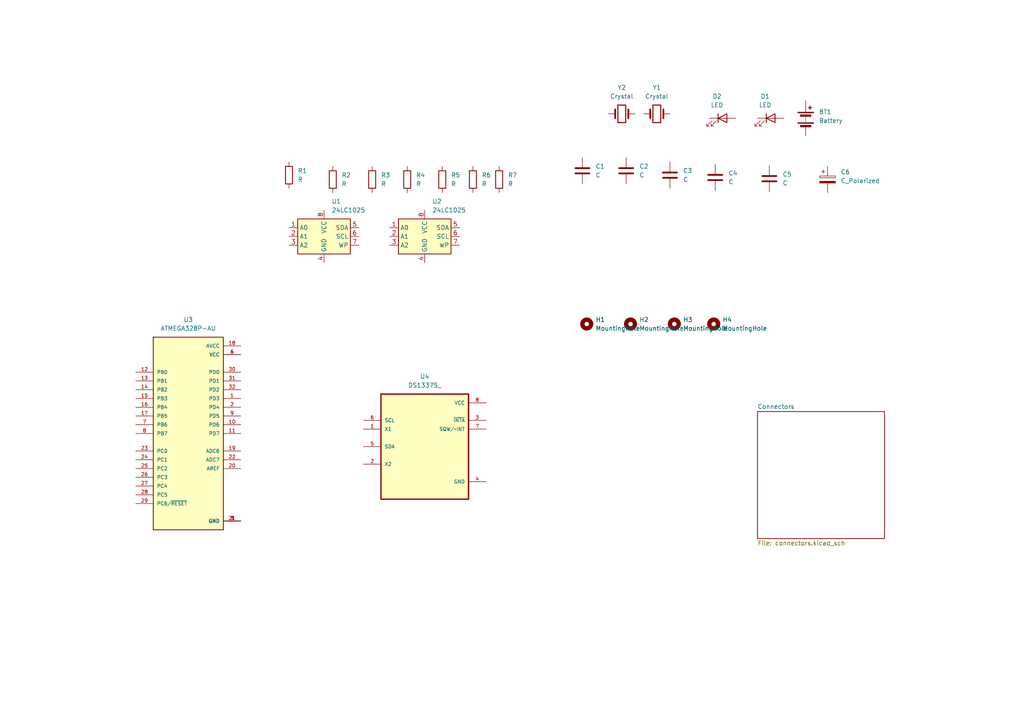
<source format=kicad_sch>
(kicad_sch (version 20230121) (generator eeschema)
  (paper "A4")
  (title_block (title "${project_name}") (date "2023-12-11") (rev "1"))
  (lib_symbols
    (symbol "ATMEGA328P-AU:ATMEGA328P-AU" (pin_names (offset 1.016))
      (property "Reference" "U" (at -10.1755 29.2546 0))
      (property "Value" "ATMEGA328P-AU" (at -10.1669 -31.7714 0))
      (symbol "ATMEGA328P-AU_0_0"
        (rectangle (start -10.16 -27.94) (end 10.16 27.94) (stroke (width 0.254)) (fill (type background)))
        (pin bidirectional line (at 15.24 10.16 180) (length 5.08) (name "PD3") (number "1"))
        (pin bidirectional line (at 15.24 2.54 180) (length 5.08) (name "PD6") (number "10"))
        (pin bidirectional line (at 15.24 0 180) (length 5.08) (name "PD7") (number "11"))
        (pin bidirectional line (at -15.24 17.78 0) (length 5.08) (name "PB0") (number "12"))
        (pin bidirectional line (at -15.24 15.24 0) (length 5.08) (name "PB1") (number "13"))
        (pin bidirectional line (at -15.24 12.7 0) (length 5.08) (name "PB2") (number "14"))
        (pin bidirectional line (at -15.24 10.16 0) (length 5.08) (name "PB3") (number "15"))
        (pin bidirectional line (at -15.24 7.62 0) (length 5.08) (name "PB4") (number "16"))
        (pin bidirectional line (at -15.24 5.08 0) (length 5.08) (name "PB5") (number "17"))
        (pin power_in line (at 15.24 25.4 180) (length 5.08) (name "AVCC") (number "18"))
        (pin bidirectional line (at 15.24 -5.08 180) (length 5.08) (name "ADC6") (number "19"))
        (pin bidirectional line (at 15.24 7.62 180) (length 5.08) (name "PD4") (number "2"))
        (pin input line (at 15.24 -10.16 180) (length 5.08) (name "AREF") (number "20"))
        (pin power_in line (at 15.24 -25.4 180) (length 5.08) (name "GND") (number "21"))
        (pin bidirectional line (at 15.24 -7.62 180) (length 5.08) (name "ADC7") (number "22"))
        (pin bidirectional line (at -15.24 -5.08 0) (length 5.08) (name "PC0") (number "23"))
        (pin bidirectional line (at -15.24 -7.62 0) (length 5.08) (name "PC1") (number "24"))
        (pin bidirectional line (at -15.24 -10.16 0) (length 5.08) (name "PC2") (number "25"))
        (pin bidirectional line (at -15.24 -12.7 0) (length 5.08) (name "PC3") (number "26"))
        (pin bidirectional line (at -15.24 -15.24 0) (length 5.08) (name "PC4") (number "27"))
        (pin bidirectional line (at -15.24 -17.78 0) (length 5.08) (name "PC5") (number "28"))
        (pin bidirectional line (at -15.24 -20.32 0) (length 5.08) (name "PC6/~{RESET}") (number "29"))
        (pin power_in line (at 15.24 -25.4 180) (length 5.08) (name "GND") (number "3"))
        (pin bidirectional line (at 15.24 17.78 180) (length 5.08) (name "PD0") (number "30"))
        (pin bidirectional line (at 15.24 15.24 180) (length 5.08) (name "PD1") (number "31"))
        (pin bidirectional line (at 15.24 12.7 180) (length 5.08) (name "PD2") (number "32"))
        (pin power_in line (at 15.24 22.86 180) (length 5.08) (name "VCC") (number "4"))
        (pin power_in line (at 15.24 -25.4 180) (length 5.08) (name "GND") (number "5"))
        (pin power_in line (at 15.24 22.86 180) (length 5.08) (name "VCC") (number "6"))
        (pin bidirectional line (at -15.24 2.54 0) (length 5.08) (name "PB6") (number "7"))
        (pin bidirectional line (at -15.24 0 0) (length 5.08) (name "PB7") (number "8"))
        (pin bidirectional line (at 15.24 5.08 180) (length 5.08) (name "PD5") (number "9"))
      )
    )
    (symbol "DS1337S_:DS1337S_" (pin_names (offset 1.016))
      (property "Reference" "U" (at -12.7 16.24 0))
      (property "Value" "DS1337S_" (at -12.7 -19.24 0))
      (symbol "DS1337S__0_0"
        (rectangle (start -12.7 -15.24) (end 12.7 15.24) (stroke (width 0.41)) (fill (type background)))
        (pin input line (at -17.78 5.08 0) (length 5.08) (name "X1") (number "1"))
        (pin bidirectional line (at -17.78 -5.08 0) (length 5.08) (name "X2") (number "2"))
        (pin output line (at 17.78 7.62 180) (length 5.08) (name "~{INTA}") (number "3"))
        (pin power_in line (at 17.78 -10.16 180) (length 5.08) (name "GND") (number "4"))
        (pin bidirectional line (at -17.78 0 0) (length 5.08) (name "SDA") (number "5"))
        (pin input line (at -17.78 7.62 0) (length 5.08) (name "SCL") (number "6"))
        (pin output line (at 17.78 5.08 180) (length 5.08) (name "SQW/~INT") (number "7"))
        (pin power_in line (at 17.78 12.7 180) (length 5.08) (name "VCC") (number "8"))
      )
    )
    (symbol "Device:Battery" (pin_numbers hide) (pin_names (offset 0) hide)
      (property "Reference" "BT" (at 2.54 2.54 0))
      (property "Value" "Battery" (at 2.54 0 0))
      (symbol "Battery_0_1"
        (rectangle (start -2.286 -1.27) (end 2.286 -1.524) (fill (type outline)))
        (rectangle (start -2.286 1.778) (end 2.286 1.524) (fill (type outline)))
        (rectangle (start -1.524 -2.032) (end 1.524 -2.54) (fill (type outline)))
        (rectangle (start -1.524 1.016) (end 1.524 0.508) (fill (type outline)))
        (polyline (pts (xy 0 -1.016) (xy 0 -0.762)))
        (polyline (pts (xy 0 -0.508) (xy 0 -0.254)))
        (polyline (pts (xy 0 0) (xy 0 0.254)))
        (polyline (pts (xy 0 1.778) (xy 0 2.54)))
        (polyline (pts (xy 0.762 3.048) (xy 1.778 3.048)) (stroke (width 0.254)))
        (polyline (pts (xy 1.27 3.556) (xy 1.27 2.54)) (stroke (width 0.254)))
      )
      (symbol "Battery_1_1"
        (pin passive line (at 0 5.08 270) (length 2.54) (name "+") (number "1"))
        (pin passive line (at 0 -5.08 90) (length 2.54) (name "-") (number "2"))
      )
    )
    (symbol "Device:C" (pin_numbers hide) (pin_names (offset 0.254))
      (property "Reference" "C" (at 0.635 2.54 0))
      (property "Value" "C" (at 0.635 -2.54 0))
      (symbol "C_0_1"
        (polyline (pts (xy -2.032 -0.762) (xy 2.032 -0.762)) (stroke (width 0.508)))
        (polyline (pts (xy -2.032 0.762) (xy 2.032 0.762)) (stroke (width 0.508)))
      )
      (symbol "C_1_1"
        (pin passive line (at 0 3.81 270) (length 2.794) (name "~") (number "1"))
        (pin passive line (at 0 -3.81 90) (length 2.794) (name "~") (number "2"))
      )
    )
    (symbol "Device:C_Polarized" (pin_numbers hide) (pin_names (offset 0.254))
      (property "Reference" "C" (at 0.635 2.54 0))
      (property "Value" "C_Polarized" (at 0.635 -2.54 0))
      (symbol "C_Polarized_0_1"
        (rectangle (start -2.286 0.508) (end 2.286 1.016))
        (polyline (pts (xy -1.778 2.286) (xy -0.762 2.286)))
        (polyline (pts (xy -1.27 2.794) (xy -1.27 1.778)))
        (rectangle (start 2.286 -0.508) (end -2.286 -1.016) (fill (type outline)))
      )
      (symbol "C_Polarized_1_1"
        (pin passive line (at 0 3.81 270) (length 2.794) (name "~") (number "1"))
        (pin passive line (at 0 -3.81 90) (length 2.794) (name "~") (number "2"))
      )
    )
    (symbol "Device:Crystal" (pin_numbers hide) (pin_names (offset 1.016) hide)
      (property "Reference" "Y" (at 0 3.81 0))
      (property "Value" "Crystal" (at 0 -3.81 0))
      (symbol "Crystal_0_1"
        (rectangle (start -1.143 2.54) (end 1.143 -2.54) (stroke (width 0.3048)))
        (polyline (pts (xy -2.54 0) (xy -1.905 0)))
        (polyline (pts (xy -1.905 -1.27) (xy -1.905 1.27)) (stroke (width 0.508)))
        (polyline (pts (xy 1.905 -1.27) (xy 1.905 1.27)) (stroke (width 0.508)))
        (polyline (pts (xy 2.54 0) (xy 1.905 0)))
      )
      (symbol "Crystal_1_1"
        (pin passive line (at -3.81 0 0) (length 1.27) (name "1") (number "1"))
        (pin passive line (at 3.81 0 180) (length 1.27) (name "2") (number "2"))
      )
    )
    (symbol "Device:LED" (pin_numbers hide) (pin_names (offset 1.016) hide)
      (property "Reference" "D" (at 0 2.54 0))
      (property "Value" "LED" (at 0 -2.54 0))
      (symbol "LED_0_1"
        (polyline (pts (xy -1.27 -1.27) (xy -1.27 1.27)) (stroke (width 0.254)))
        (polyline (pts (xy -1.27 0) (xy 1.27 0)))
        (polyline (pts (xy 1.27 -1.27) (xy 1.27 1.27) (xy -1.27 0) (xy 1.27 -1.27)) (stroke (width 0.254)))
        (polyline (pts (xy -3.048 -0.762) (xy -4.572 -2.286) (xy -3.81 -2.286) (xy -4.572 -2.286) (xy -4.572 -1.524)))
        (polyline (pts (xy -1.778 -0.762) (xy -3.302 -2.286) (xy -2.54 -2.286) (xy -3.302 -2.286) (xy -3.302 -1.524)))
      )
      (symbol "LED_1_1"
        (pin passive line (at -3.81 0 0) (length 2.54) (name "K") (number "1"))
        (pin passive line (at 3.81 0 180) (length 2.54) (name "A") (number "2"))
      )
    )
    (symbol "Device:R" (pin_numbers hide) (pin_names (offset 0))
      (property "Reference" "R" (at 2.032 0 90))
      (property "Value" "R" (at 0 0 90))
      (symbol "R_0_1"
        (rectangle (start -1.016 -2.54) (end 1.016 2.54) (stroke (width 0.254)))
      )
      (symbol "R_1_1"
        (pin passive line (at 0 3.81 270) (length 1.27) (name "~") (number "1"))
        (pin passive line (at 0 -3.81 90) (length 1.27) (name "~") (number "2"))
      )
    )
    (symbol "Mechanical:MountingHole" (pin_names (offset 1.016))
      (property "Reference" "H" (at 0 5.08 0))
      (property "Value" "MountingHole" (at 0 3.175 0))
      (symbol "MountingHole_0_1"
        (circle (center 0 0) (radius 1.27) (stroke (width 1.27)))
      )
    )
    (symbol "Memory_EEPROM:24LC1025"
      (property "Reference" "U" (at -6.35 6.35 0))
      (property "Value" "24LC1025" (at 1.27 6.35 0))
      (symbol "24LC1025_1_1"
        (rectangle (start -7.62 5.08) (end 7.62 -5.08) (stroke (width 0.254)) (fill (type background)))
        (pin input line (at -10.16 2.54 0) (length 2.54) (name "A0") (number "1"))
        (pin input line (at -10.16 0 0) (length 2.54) (name "A1") (number "2"))
        (pin input line (at -10.16 -2.54 0) (length 2.54) (name "A2") (number "3"))
        (pin power_in line (at 0 -7.62 90) (length 2.54) (name "GND") (number "4"))
        (pin bidirectional line (at 10.16 2.54 180) (length 2.54) (name "SDA") (number "5"))
        (pin input line (at 10.16 0 180) (length 2.54) (name "SCL") (number "6"))
        (pin input line (at 10.16 -2.54 180) (length 2.54) (name "WP") (number "7"))
        (pin power_in line (at 0 7.62 270) (length 2.54) (name "VCC") (number "8"))
      )
    )
  )
  (symbol (lib_id "Device:R") (at 107.95 52.07 0) (unit 1)
    (property "Reference" "R3" (at 110.49 50.8 0) (effects (justify left)))
    (property "Value" "R" (at 110.49 53.34 0) (effects (justify left)))
  )
  (symbol (lib_id "Mechanical:MountingHole") (at 207.01 93.98 0) (unit 1)
    (property "Reference" "H4" (at 209.55 92.71 0) (effects (justify left)))
    (property "Value" "MountingHole" (at 209.55 95.25 0) (effects (justify left)))
  )
  (symbol (lib_id "Device:R") (at 96.52 52.07 0) (unit 1)
    (property "Reference" "R2" (at 99.06 50.8 0) (effects (justify left)))
    (property "Value" "R" (at 99.06 53.34 0) (effects (justify left)))
  )
  (symbol (lib_id "Memory_EEPROM:24LC1025") (at 93.98 68.58 0) (unit 1)
    (property "Reference" "U1" (at 96.1741 58.42 0) (effects (justify left)))
    (property "Value" "24LC1025" (at 96.1741 60.96 0) (effects (justify left)))
    (property "Datasheet" "http://ww1.microchip.com/downloads/en/DeviceDoc/21941B.pdf" (effects hide))
  )
  (symbol (lib_id "Device:R") (at 83.82 50.8 0) (unit 1)
    (property "Reference" "R1" (at 86.36 49.53 0) (effects (justify left)))
    (property "Value" "R" (at 86.36 52.07 0) (effects (justify left)))
  )
  (symbol (lib_id "Mechanical:MountingHole") (at 170.18 93.98 0) (unit 1)
    (property "Reference" "H1" (at 172.72 92.71 0) (effects (justify left)))
    (property "Value" "MountingHole" (at 172.72 95.25 0) (effects (justify left)))
  )
  (symbol (lib_id "Device:R") (at 144.78 52.07 0) (unit 1)
    (property "Reference" "R7" (at 147.32 50.8 0) (effects (justify left)))
    (property "Value" "R" (at 147.32 53.34 0) (effects (justify left)))
  )
  (symbol (lib_id "Device:C") (at 168.91 49.53 0) (unit 1)
    (property "Reference" "C1" (at 172.72 48.26 0) (effects (justify left)))
    (property "Value" "C" (at 172.72 50.8 0) (effects (justify left)))
  )
  (symbol (lib_id "Device:R") (at 118.11 52.07 0) (unit 1)
    (property "Reference" "R4" (at 120.65 50.8 0) (effects (justify left)))
    (property "Value" "R" (at 120.65 53.34 0) (effects (justify left)))
  )
  (symbol (lib_id "Device:LED") (at 223.52 34.29 0) (unit 1)
    (property "Reference" "D1" (at 221.9325 27.94 0))
    (property "Value" "LED" (at 221.9325 30.48 0))
  )
  (symbol (lib_id "Mechanical:MountingHole") (at 182.88 93.98 0) (unit 1)
    (property "Reference" "H2" (at 185.42 92.71 0) (effects (justify left)))
    (property "Value" "MountingHole" (at 185.42 95.25 0) (effects (justify left)))
  )
  (symbol (lib_id "Device:R") (at 137.16 52.07 0) (unit 1)
    (property "Reference" "R6" (at 139.7 50.8 0) (effects (justify left)))
    (property "Value" "R" (at 139.7 53.34 0) (effects (justify left)))
  )
  (symbol (lib_id "Device:R") (at 128.27 52.07 0) (unit 1)
    (property "Reference" "R5" (at 130.81 50.8 0) (effects (justify left)))
    (property "Value" "R" (at 130.81 53.34 0) (effects (justify left)))
  )
  (symbol (lib_id "ATMEGA328P-AU:ATMEGA328P-AU") (at 54.61 125.73 0) (unit 1)
    (property "Reference" "U3" (at 54.61 92.71 0))
    (property "Value" "ATMEGA328P-AU" (at 54.61 95.25 0))
    (property "Footprint" "ATMEGA328P-AU:QFP80P900X900X120-32N" (effects hide))
    (property "MF" "Microchip" (effects hide))
    (property "MAXIMUM_PACKAGE_HEIGHT" "1.20mm" (effects hide))
    (property "Package" "TQFP-32 Microchip" (effects hide))
    (property "Price" "None" (effects hide))
    (property "Check_prices" "https://www.snapeda.com/parts/ATMEGA328P-AU/Microchip/view-part/?ref=eda" (effects hide))
    (property "STANDARD" "IPC-7351B" (effects hide))
    (property "PARTREV" "8271A" (effects hide))
    (property "SnapEDA_Link" "https://www.snapeda.com/parts/ATMEGA328P-AU/Microchip/view-part/?ref=snap" (effects hide))
    (property "MP" "ATMEGA328P-AU" (effects hide))
    (property "Purchase-URL" "https://www.snapeda.com/api/url_track_click_mouser/?unipart_id=44280&manufacturer=Microchip&part_name=ATMEGA328P-AU&search_term=None" (effects hide))
    (property "Description" "\nAVR AVR® ATmega Microcontroller IC 8-Bit 20MHz 32KB (16K x 16) FLASH 32-TQFP (7x7)\n" (effects hide))
    (property "Availability" "In Stock" (effects hide))
    (property "MANUFACTURER" "Microchip" (effects hide))
  )
  (symbol (lib_id "DS1337S_:DS1337S_") (at 123.19 129.54 0) (unit 1)
    (property "Reference" "U4" (at 123.19 109.22 0))
    (property "Value" "DS1337S_" (at 123.19 111.76 0))
    (property "Footprint" "DS1337S_:SOIC127P600X175-8N" (effects hide))
    (property "MF" "Analog Devices" (effects hide))
    (property "Description" "\nReal Time Clock (RTC) IC Clock/Calendar - I²C, 2-Wire Serial 8-SOIC (0.154, 3.90mm Width)\n" (effects hide))
    (property "Package" "SOIC-8 Maxim" (effects hide))
    (property "Price" "None" (effects hide))
    (property "SnapEDA_Link" "https://www.snapeda.com/parts/DS1337S/Analog+Devices/view-part/?ref=snap" (effects hide))
    (property "MP" "DS1337S" (effects hide))
    (property "Purchase-URL" "https://www.snapeda.com/api/url_track_click_mouser/?unipart_id=2748190&manufacturer=Analog Devices&part_name=DS1337S&search_term=ds1337s" (effects hide))
    (property "Availability" "In Stock" (effects hide))
    (property "Check_prices" "https://www.snapeda.com/parts/DS1337S/Analog+Devices/view-part/?ref=eda" (effects hide))
  )
  (symbol (lib_id "Device:LED") (at 209.55 34.29 0) (unit 1)
    (property "Reference" "D2" (at 207.9625 27.94 0))
    (property "Value" "LED" (at 207.9625 30.48 0))
  )
  (symbol (lib_id "Device:C") (at 181.61 49.53 0) (unit 1)
    (property "Reference" "C2" (at 185.42 48.26 0) (effects (justify left)))
    (property "Value" "C" (at 185.42 50.8 0) (effects (justify left)))
  )
  (symbol (lib_id "Device:Battery") (at 233.68 34.29 0) (unit 1)
    (property "Reference" "BT1" (at 237.49 32.4485 0) (effects (justify left)))
    (property "Value" "Battery" (at 237.49 34.9885 0) (effects (justify left)))
  )
  (symbol (lib_id "Device:C") (at 194.31 50.8 0) (unit 1)
    (property "Reference" "C3" (at 198.12 49.53 0) (effects (justify left)))
    (property "Value" "C" (at 198.12 52.07 0) (effects (justify left)))
  )
  (symbol (lib_id "Device:Crystal") (at 190.5 33.02 0) (unit 1)
    (property "Reference" "Y1" (at 190.5 25.4 0))
    (property "Value" "Crystal" (at 190.5 27.94 0))
  )
  (symbol (lib_id "Mechanical:MountingHole") (at 195.58 93.98 0) (unit 1)
    (property "Reference" "H3" (at 198.12 92.71 0) (effects (justify left)))
    (property "Value" "MountingHole" (at 198.12 95.25 0) (effects (justify left)))
  )
  (symbol (lib_id "Device:C") (at 223.1533 51.8209 0) (unit 1)
    (property "Reference" "C5" (at 226.9633 50.5509 0) (effects (justify left)))
    (property "Value" "C" (at 226.9633 53.0909 0) (effects (justify left)))
  )
  (symbol (lib_id "Device:C") (at 207.4418 51.4756 0) (unit 1)
    (property "Reference" "C4" (at 211.2518 50.2056 0) (effects (justify left)))
    (property "Value" "C" (at 211.2518 52.7456 0) (effects (justify left)))
  )
  (symbol (lib_id "Memory_EEPROM:24LC1025") (at 123.19 68.58 0) (unit 1)
    (property "Reference" "U2" (at 125.3841 58.42 0) (effects (justify left)))
    (property "Value" "24LC1025" (at 125.3841 60.96 0) (effects (justify left)))
    (property "Datasheet" "http://ww1.microchip.com/downloads/en/DeviceDoc/21941B.pdf" (effects hide))
  )
  (symbol (lib_id "Device:Crystal") (at 180.34 33.02 0) (unit 1)
    (property "Reference" "Y2" (at 180.34 25.4 0))
    (property "Value" "Crystal" (at 180.34 27.94 0))
  )
  (symbol (lib_id "Device:C_Polarized") (at 240.03 52.07 0) (unit 1)
    (property "Reference" "C6" (at 243.84 49.911 0) (effects (justify left)))
    (property "Value" "C_Polarized" (at 243.84 52.451 0) (effects (justify left)))
  )
  (sheet (at 219.71 119.38) (size 36.83 36.83) (stroke (width 0.1524))
    (property "Sheetname" "Connectors" (at 219.71 118.6684 0) (effects (justify left bottom)))
    (property "Sheetfile" "connectors.kicad_sch" (at 219.71 156.7946 0) (effects (justify left top)))
  )
)
</source>
